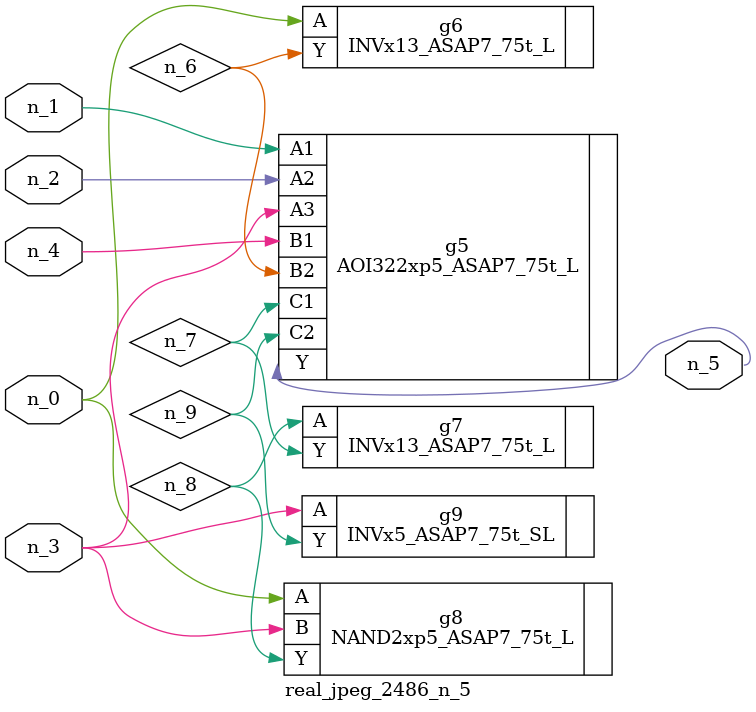
<source format=v>
module real_jpeg_2486_n_5 (n_4, n_0, n_1, n_2, n_3, n_5);

input n_4;
input n_0;
input n_1;
input n_2;
input n_3;

output n_5;

wire n_8;
wire n_6;
wire n_7;
wire n_9;

INVx13_ASAP7_75t_L g6 ( 
.A(n_0),
.Y(n_6)
);

NAND2xp5_ASAP7_75t_L g8 ( 
.A(n_0),
.B(n_3),
.Y(n_8)
);

AOI322xp5_ASAP7_75t_L g5 ( 
.A1(n_1),
.A2(n_2),
.A3(n_3),
.B1(n_4),
.B2(n_6),
.C1(n_7),
.C2(n_9),
.Y(n_5)
);

INVx5_ASAP7_75t_SL g9 ( 
.A(n_3),
.Y(n_9)
);

INVx13_ASAP7_75t_L g7 ( 
.A(n_8),
.Y(n_7)
);


endmodule
</source>
